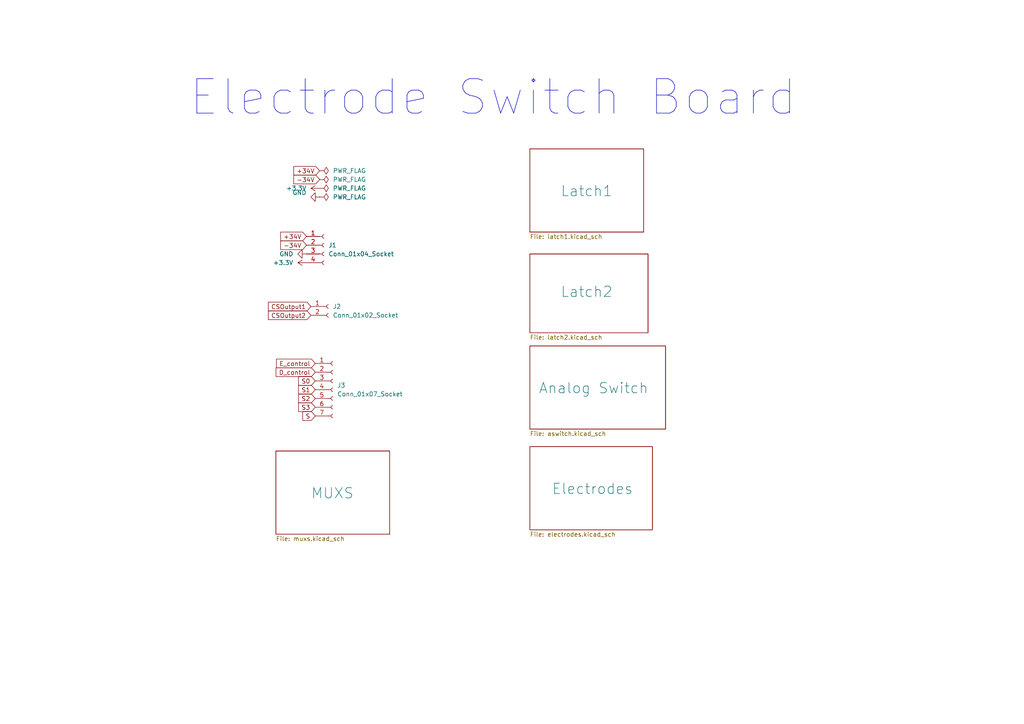
<source format=kicad_sch>
(kicad_sch (version 20230121) (generator eeschema)
  (paper "A4")
  (lib_symbols
    (symbol "Connector:Conn_01x02_Socket" (pin_names (offset 1.016) hide)
      (property "Reference" "J" (at 0 2.54 0))
      (property "Value" "Conn_01x02_Socket" (at 0 -5.08 0))
      (symbol "Conn_01x02_Socket_1_1"
        (arc (start 0 -2.032) (mid -0.5058 -2.54) (end 0 -3.048) (stroke (width 0.1524)))
        (polyline (pts (xy -1.27 -2.54) (xy -0.508 -2.54)) (stroke (width 0.1524)))
        (polyline (pts (xy -1.27 0) (xy -0.508 0)) (stroke (width 0.1524)))
        (arc (start 0 0.508) (mid -0.5058 0) (end 0 -0.508) (stroke (width 0.1524)))
        (pin passive line (at -5.08 0 0) (length 3.81) (name "Pin_1") (number "1"))
        (pin passive line (at -5.08 -2.54 0) (length 3.81) (name "Pin_2") (number "2"))
      )
    )
    (symbol "Connector:Conn_01x04_Socket" (pin_names (offset 1.016) hide)
      (property "Reference" "J" (at 0 5.08 0))
      (property "Value" "Conn_01x04_Socket" (at 0 -7.62 0))
      (symbol "Conn_01x04_Socket_1_1"
        (arc (start 0 -4.572) (mid -0.5058 -5.08) (end 0 -5.588) (stroke (width 0.1524)))
        (arc (start 0 -2.032) (mid -0.5058 -2.54) (end 0 -3.048) (stroke (width 0.1524)))
        (polyline (pts (xy -1.27 -5.08) (xy -0.508 -5.08)) (stroke (width 0.1524)))
        (polyline (pts (xy -1.27 -2.54) (xy -0.508 -2.54)) (stroke (width 0.1524)))
        (polyline (pts (xy -1.27 0) (xy -0.508 0)) (stroke (width 0.1524)))
        (polyline (pts (xy -1.27 2.54) (xy -0.508 2.54)) (stroke (width 0.1524)))
        (arc (start 0 0.508) (mid -0.5058 0) (end 0 -0.508) (stroke (width 0.1524)))
        (arc (start 0 3.048) (mid -0.5058 2.54) (end 0 2.032) (stroke (width 0.1524)))
        (pin passive line (at -5.08 2.54 0) (length 3.81) (name "Pin_1") (number "1"))
        (pin passive line (at -5.08 0 0) (length 3.81) (name "Pin_2") (number "2"))
        (pin passive line (at -5.08 -2.54 0) (length 3.81) (name "Pin_3") (number "3"))
        (pin passive line (at -5.08 -5.08 0) (length 3.81) (name "Pin_4") (number "4"))
      )
    )
    (symbol "Connector:Conn_01x07_Socket" (pin_names (offset 1.016) hide)
      (property "Reference" "J" (at 0 10.16 0))
      (property "Value" "Conn_01x07_Socket" (at 0 -10.16 0))
      (symbol "Conn_01x07_Socket_1_1"
        (arc (start 0 -7.112) (mid -0.5058 -7.62) (end 0 -8.128) (stroke (width 0.1524)))
        (arc (start 0 -4.572) (mid -0.5058 -5.08) (end 0 -5.588) (stroke (width 0.1524)))
        (arc (start 0 -2.032) (mid -0.5058 -2.54) (end 0 -3.048) (stroke (width 0.1524)))
        (polyline (pts (xy -1.27 -7.62) (xy -0.508 -7.62)) (stroke (width 0.1524)))
        (polyline (pts (xy -1.27 -5.08) (xy -0.508 -5.08)) (stroke (width 0.1524)))
        (polyline (pts (xy -1.27 -2.54) (xy -0.508 -2.54)) (stroke (width 0.1524)))
        (polyline (pts (xy -1.27 0) (xy -0.508 0)) (stroke (width 0.1524)))
        (polyline (pts (xy -1.27 2.54) (xy -0.508 2.54)) (stroke (width 0.1524)))
        (polyline (pts (xy -1.27 5.08) (xy -0.508 5.08)) (stroke (width 0.1524)))
        (polyline (pts (xy -1.27 7.62) (xy -0.508 7.62)) (stroke (width 0.1524)))
        (arc (start 0 0.508) (mid -0.5058 0) (end 0 -0.508) (stroke (width 0.1524)))
        (arc (start 0 3.048) (mid -0.5058 2.54) (end 0 2.032) (stroke (width 0.1524)))
        (arc (start 0 5.588) (mid -0.5058 5.08) (end 0 4.572) (stroke (width 0.1524)))
        (arc (start 0 8.128) (mid -0.5058 7.62) (end 0 7.112) (stroke (width 0.1524)))
        (pin passive line (at -5.08 7.62 0) (length 3.81) (name "Pin_1") (number "1"))
        (pin passive line (at -5.08 5.08 0) (length 3.81) (name "Pin_2") (number "2"))
        (pin passive line (at -5.08 2.54 0) (length 3.81) (name "Pin_3") (number "3"))
        (pin passive line (at -5.08 0 0) (length 3.81) (name "Pin_4") (number "4"))
        (pin passive line (at -5.08 -2.54 0) (length 3.81) (name "Pin_5") (number "5"))
        (pin passive line (at -5.08 -5.08 0) (length 3.81) (name "Pin_6") (number "6"))
        (pin passive line (at -5.08 -7.62 0) (length 3.81) (name "Pin_7") (number "7"))
      )
    )
    (symbol "power:+3.3V" (power) (pin_names (offset 0))
      (property "Value" "+3.3V" (at 0 3.556 0))
      (symbol "+3.3V_0_1"
        (polyline (pts (xy -0.762 1.27) (xy 0 2.54)))
        (polyline (pts (xy 0 0) (xy 0 2.54)))
        (polyline (pts (xy 0 2.54) (xy 0.762 1.27)))
      )
      (symbol "+3.3V_1_1"
        (pin power_in line (at 0 0 90) (length 0) hide (name "+3.3V") (number "1"))
      )
    )
    (symbol "power:GND" (power) (pin_names (offset 0))
      (property "Value" "GND" (at 0 -3.81 0))
      (symbol "GND_0_1"
        (polyline (pts (xy 0 0) (xy 0 -1.27) (xy 1.27 -1.27) (xy 0 -2.54) (xy -1.27 -1.27) (xy 0 -1.27)))
      )
      (symbol "GND_1_1"
        (pin power_in line (at 0 0 270) (length 0) hide (name "GND") (number "1"))
      )
    )
    (symbol "power:PWR_FLAG" (power) (pin_numbers hide) (pin_names (offset 0) hide)
      (property "Value" "PWR_FLAG" (at 0 3.81 0))
      (symbol "PWR_FLAG_0_0"
        (pin power_out line (at 0 0 90) (length 0) (name "pwr") (number "1"))
      )
      (symbol "PWR_FLAG_0_1"
        (polyline (pts (xy 0 0) (xy 0 1.27) (xy -1.016 1.905) (xy 0 2.54) (xy 1.016 1.905) (xy 0 1.27)))
      )
    )
  )
  (text "Electrode Switch Board" (at 54.61 34.29 0) (effects (font (size 10 10)) (justify left bottom)))
  (global_label "E_control" (shape input) (at 91.44 105.41 180) (property "Intersheetrefs" "${INTERSHEET_REFS}" (effects hide)))
  (global_label "S0" (shape input) (at 91.44 110.49 180) (property "Intersheetrefs" "${INTERSHEET_REFS}" (effects hide)))
  (global_label "-34V" (shape input) (at 92.71 52.07 180) (property "Intersheetrefs" "${INTERSHEET_REFS}" (effects hide)))
  (global_label "CSOutput2" (shape input) (at 90.17 91.44 180) (property "Intersheetrefs" "${INTERSHEET_REFS}" (effects hide)))
  (global_label "CSOutput1" (shape input) (at 90.17 88.9 180) (property "Intersheetrefs" "${INTERSHEET_REFS}" (effects hide)))
  (global_label "S1" (shape input) (at 91.44 113.03 180) (property "Intersheetrefs" "${INTERSHEET_REFS}" (effects hide)))
  (global_label "S3" (shape input) (at 91.44 118.11 180) (property "Intersheetrefs" "${INTERSHEET_REFS}" (effects hide)))
  (global_label "+34V" (shape input) (at 92.71 49.53 180) (property "Intersheetrefs" "${INTERSHEET_REFS}" (effects hide)))
  (global_label "S2" (shape input) (at 91.44 115.57 180) (property "Intersheetrefs" "${INTERSHEET_REFS}" (effects hide)))
  (global_label "D_control" (shape input) (at 91.44 107.95 180) (property "Intersheetrefs" "${INTERSHEET_REFS}" (effects hide)))
  (global_label "-34V" (shape input) (at 88.9 71.12 180) (property "Intersheetrefs" "${INTERSHEET_REFS}" (effects hide)))
  (global_label "S" (shape input) (at 91.44 120.65 180) (property "Intersheetrefs" "${INTERSHEET_REFS}" (effects hide)))
  (global_label "+34V" (shape input) (at 88.9 68.58 180) (property "Intersheetrefs" "${INTERSHEET_REFS}" (effects hide)))
  (symbol (lib_id "Connector:Conn_01x02_Socket") (at 95.25 88.9 0) (unit 1)
    (property "Reference" "J2" (at 96.52 88.9 0) (effects (justify left)))
    (property "Value" "Conn_01x02_Socket" (at 96.52 91.44 0) (effects (justify left)))
    (property "Footprint" "Connector_PinHeader_2.54mm:PinHeader_1x02_P2.54mm_Vertical" (effects hide))
  )
  (symbol (lib_id "power:+3.3V") (at 92.71 54.61 90) (unit 1)
    (property "Reference" "#PWR01" (effects hide))
    (property "Value" "+3.3V" (at 88.9 54.61 90) (effects (justify left)))
  )
  (symbol (lib_id "Connector:Conn_01x07_Socket") (at 96.52 113.03 0) (unit 1)
    (property "Reference" "J3" (at 97.79 111.76 0) (effects (justify left)))
    (property "Value" "Conn_01x07_Socket" (at 97.79 114.3 0) (effects (justify left)))
    (property "Footprint" "Connector_PinHeader_2.54mm:PinHeader_1x07_P2.54mm_Vertical" (effects hide))
  )
  (symbol (lib_id "power:PWR_FLAG") (at 92.71 49.53 270) (unit 1)
    (property "Reference" "#FLG01" (effects hide))
    (property "Value" "PWR_FLAG" (at 96.52 49.53 90) (effects (justify left)))
  )
  (symbol (lib_id "power:GND") (at 92.71 57.15 270) (unit 1)
    (property "Reference" "#PWR02" (effects hide))
    (property "Value" "GND" (at 88.9 55.88 90) (effects (justify right)))
  )
  (symbol (lib_id "Connector:Conn_01x04_Socket") (at 93.98 71.12 0) (unit 1)
    (property "Reference" "J1" (at 95.25 71.12 0) (effects (justify left)))
    (property "Value" "Conn_01x04_Socket" (at 95.25 73.66 0) (effects (justify left)))
    (property "Footprint" "Connector_PinSocket_2.54mm:PinSocket_1x04_P2.54mm_Vertical" (effects hide))
  )
  (symbol (lib_id "power:+3.3V") (at 88.9 76.2 90) (unit 1)
    (property "Reference" "#PWR04" (effects hide))
    (property "Value" "+3.3V" (at 85.09 76.2 90) (effects (justify left)))
  )
  (symbol (lib_id "power:PWR_FLAG") (at 92.71 52.07 270) (unit 1)
    (property "Reference" "#FLG02" (effects hide))
    (property "Value" "PWR_FLAG" (at 96.52 52.07 90) (effects (justify left)))
  )
  (symbol (lib_id "power:PWR_FLAG") (at 92.71 54.61 270) (unit 1)
    (property "Reference" "#FLG03" (effects hide))
    (property "Value" "PWR_FLAG" (at 96.52 54.61 90) (effects (justify left)))
  )
  (symbol (lib_id "power:PWR_FLAG") (at 92.71 57.15 270) (unit 1)
    (property "Reference" "#FLG04" (effects hide))
    (property "Value" "PWR_FLAG" (at 96.52 57.15 90) (effects (justify left)))
  )
  (symbol (lib_id "power:GND") (at 88.9 73.66 270) (unit 1)
    (property "Reference" "#PWR03" (effects hide))
    (property "Value" "GND" (at 85.09 73.66 90) (effects (justify right)))
  )
  (sheet (at 153.67 43.18) (size 33.02 24.13) (stroke (width 0.1524))
    (property "Sheetname" "Latch1" (at 162.56 57.15 0) (effects (font (size 3 3)) (justify left bottom)))
    (property "Sheetfile" "latch1.kicad_sch" (at 153.67 67.8946 0) (effects (justify left top)))
  )
  (sheet (at 153.67 73.66) (size 34.29 22.86) (stroke (width 0.1524))
    (property "Sheetname" "Latch2" (at 162.56 86.36 0) (effects (font (size 3 3)) (justify left bottom)))
    (property "Sheetfile" "latch2.kicad_sch" (at 153.67 97.1046 0) (effects (justify left top)))
  )
  (sheet (at 80.01 130.81) (size 33.02 24.13) (stroke (width 0.1524))
    (property "Sheetname" "MUXS" (at 90.17 144.78 0) (effects (font (size 3 3)) (justify left bottom)))
    (property "Sheetfile" "muxs.kicad_sch" (at 80.01 155.5246 0) (effects (justify left top)))
  )
  (sheet (at 153.67 129.54) (size 35.56 24.13) (stroke (width 0.1524))
    (property "Sheetname" "Electrodes" (at 160.02 143.51 0) (effects (font (size 3 3)) (justify left bottom)))
    (property "Sheetfile" "electrodes.kicad_sch" (at 153.67 154.2546 0) (effects (justify left top)))
  )
  (sheet (at 153.67 100.33) (size 39.37 24.13) (stroke (width 0.1524))
    (property "Sheetname" "Analog Switch" (at 156.21 114.3 0) (effects (font (size 3 3)) (justify left bottom)))
    (property "Sheetfile" "aswitch.kicad_sch" (at 153.67 125.0446 0) (effects (justify left top)))
  )
)
</source>
